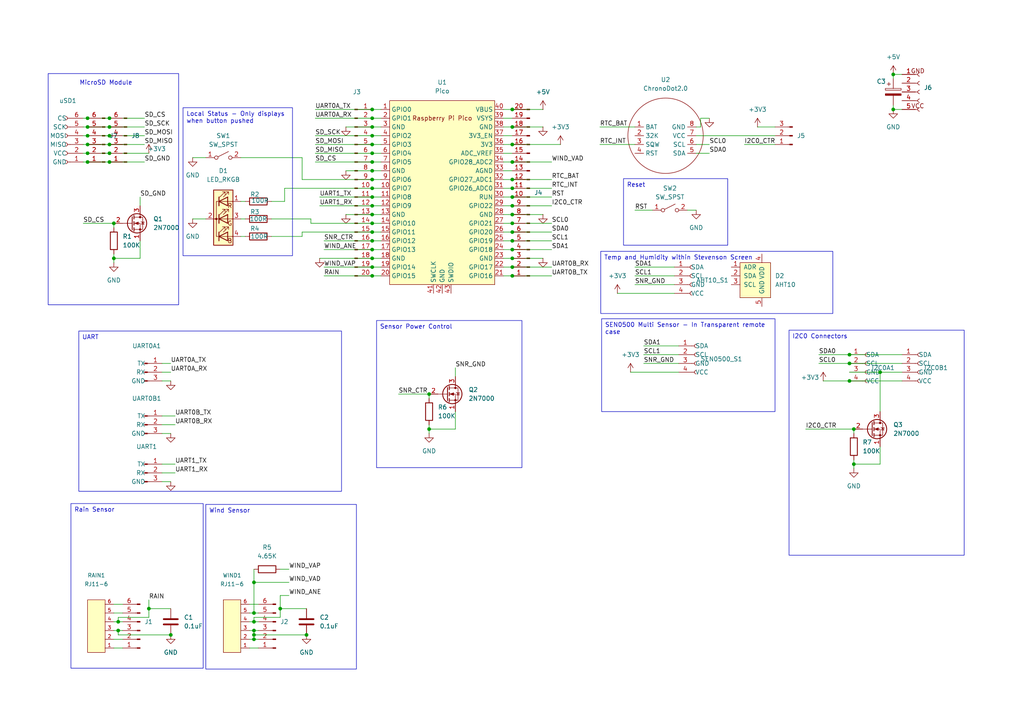
<source format=kicad_sch>
(kicad_sch (version 20231120) (generator "eeschema") (generator_version "8.0")
  (paper "A4")
  (lib_symbols
    (symbol "Conn_01x03_Pin_1" (pin_names (offset 1.016))
      (property "Reference" "UART0A" (at 0.635 7.62 0))
      (symbol "Conn_01x03_Pin_1_1_1"
        (pin output line (at 5.08 2.54 180) (length 3.81) (name "TX") (number "1"))
        (pin input line (at 5.08 0 180) (length 3.81) (name "RX") (number "2"))
        (pin passive line (at 5.08 -2.54 180) (length 3.81) (name "GND") (number "3"))
      )
    )
    (symbol "Conn_01x04_Socket_1" (pin_names (offset 1.016))
      (property "Reference" "I2C0B" (at 1.27 -1.2699 0))
      (symbol "Conn_01x04_Socket_1_1_1"
        (pin passive line (at -5.08 2.54 0) (length 3.81) (name "SDA") (number "1"))
        (pin passive line (at -5.08 0 0) (length 3.81) (name "SCL") (number "2"))
        (pin passive line (at -5.08 -2.54 0) (length 3.81) (name "GND") (number "3"))
        (pin passive line (at -5.08 -5.08 0) (length 3.81) (name "VCC") (number "4"))
      )
    )
    (symbol "Conn_01x04_Socket_2" (pin_names (offset 1.016))
      (property "Reference" "I2C0A" (at 1.27 -1.2699 0))
      (symbol "Conn_01x04_Socket_2_1_1"
        (pin passive line (at -5.08 2.54 0) (length 3.81) (name "SDA") (number "1"))
        (pin passive line (at -5.08 0 0) (length 3.81) (name "SCL") (number "2"))
        (pin passive line (at -5.08 -2.54 0) (length 3.81) (name "GND") (number "3"))
        (pin passive line (at -5.08 -5.08 0) (length 3.81) (name "VCC") (number "4"))
      )
    )
    (symbol "Conn_01x04_Socket_3" (pin_names (offset 1.016))
      (property "Reference" "AHT10_S1" (at 1.27 -1.2699 0))
      (symbol "Conn_01x04_Socket_3_1_1"
        (pin passive line (at -5.08 2.54 0) (length 3.81) (name "SDA") (number "1"))
        (pin passive line (at -5.08 0 0) (length 3.81) (name "SCL") (number "2"))
        (pin passive line (at -5.08 -2.54 0) (length 3.81) (name "GND") (number "3"))
        (pin passive line (at -5.08 -5.08 0) (length 3.81) (name "VCC") (number "4"))
      )
    )
    (symbol "Connector:Conn_01x03_Pin" (pin_names (offset 1.016) hide)
      (property "Reference" "J" (at 0 5.08 0))
      (property "Value" "Conn_01x03_Pin" (at 0 -5.08 0))
      (symbol "Conn_01x03_Pin_1_1"
        (pin passive line (at 5.08 2.54 180) (length 3.81) (name "Pin_1") (number "1"))
        (pin passive line (at 5.08 0 180) (length 3.81) (name "Pin_2") (number "2"))
        (pin passive line (at 5.08 -2.54 180) (length 3.81) (name "Pin_3") (number "3"))
      )
    )
    (symbol "Connector:Conn_01x04_Socket" (pin_names (offset 1.016))
      (property "Reference" "SEN0500_S1" (at 1.27 -1.2699 0))
      (symbol "Conn_01x04_Socket_1_1"
        (pin passive line (at -5.08 2.54 0) (length 3.81) (name "SDA") (number "1"))
        (pin passive line (at -5.08 0 0) (length 3.81) (name "SCL") (number "2"))
        (pin passive line (at -5.08 -2.54 0) (length 3.81) (name "GND") (number "3"))
        (pin passive line (at -5.08 -5.08 0) (length 3.81) (name "VCC") (number "4"))
      )
    )
    (symbol "Connector:Conn_01x05_Socket" (pin_names (offset 1.016) hide)
      (property "Reference" "J5" (at 1.27 1.2701 0))
      (symbol "Conn_01x05_Socket_1_1"
        (text "GND" (at -0.508 6.096 0) (effects (font (size 1.27 1.27))))
        (text "VCC" (at -0.508 -4.064 0) (effects (font (size 1.27 1.27))))
        (pin power_in line (at -5.08 5.08 0) (length 3.81) (name "GND") (number "1"))
        (pin passive line (at -5.08 2.54 0) (length 3.81) (name "Pin_2") (number "2"))
        (pin passive line (at -5.08 0 0) (length 3.81) (name "Pin_3") (number "3"))
        (pin passive line (at -5.08 -2.54 0) (length 3.81) (name "Pin_4") (number "4"))
        (pin power_in line (at -5.08 -5.08 0) (length 3.81) (name "VCC") (number "5"))
      )
    )
    (symbol "Connector:Conn_01x06_Male" (pin_names (offset 1.016) hide)
      (property "Reference" "J" (at 0 7.62 0))
      (property "Value" "Conn_01x06_Male" (at 0 -10.16 0))
      (symbol "Conn_01x06_Male_1_1"
        (pin passive line (at 5.08 5.08 180) (length 3.81) (name "Pin_1") (number "1"))
        (pin passive line (at 5.08 2.54 180) (length 3.81) (name "Pin_2") (number "2"))
        (pin passive line (at 5.08 0 180) (length 3.81) (name "Pin_3") (number "3"))
        (pin passive line (at 5.08 -2.54 180) (length 3.81) (name "Pin_4") (number "4"))
        (pin passive line (at 5.08 -5.08 180) (length 3.81) (name "Pin_5") (number "5"))
        (pin passive line (at 5.08 -7.62 180) (length 3.81) (name "Pin_6") (number "6"))
      )
    )
    (symbol "Connector:Conn_01x06_Pin" (pin_names (offset 1.016) hide)
      (property "Reference" "J" (at 0 7.62 0))
      (property "Value" "Conn_01x06_Pin" (at 0 -10.16 0))
      (symbol "Conn_01x06_Pin_1_1"
        (pin passive line (at 5.08 5.08 180) (length 3.81) (name "Pin_1") (number "1"))
        (pin passive line (at 5.08 2.54 180) (length 3.81) (name "Pin_2") (number "2"))
        (pin passive line (at 5.08 0 180) (length 3.81) (name "Pin_3") (number "3"))
        (pin passive line (at 5.08 -2.54 180) (length 3.81) (name "Pin_4") (number "4"))
        (pin passive line (at 5.08 -5.08 180) (length 3.81) (name "Pin_5") (number "5"))
        (pin passive line (at 5.08 -7.62 180) (length 3.81) (name "Pin_6") (number "6"))
      )
    )
    (symbol "Connector:Conn_01x06_Socket" (pin_names (offset 1.016))
      (property "Reference" "uSD1" (at -0.635 -12.7 0))
      (symbol "Conn_01x06_Socket_1_1"
        (pin passive line (at -5.08 5.08 0) (length 3.81) (name "GND") (number "1"))
        (pin passive line (at -5.08 2.54 0) (length 3.81) (name "VCC") (number "2"))
        (pin passive line (at -5.08 0 0) (length 3.81) (name "MISO") (number "3"))
        (pin passive line (at -5.08 -2.54 0) (length 3.81) (name "MOSI") (number "4"))
        (pin passive line (at -5.08 -5.08 0) (length 3.81) (name "SCK") (number "5"))
        (pin passive line (at -5.08 -7.62 0) (length 3.81) (name "CS") (number "6"))
      )
    )
    (symbol "Connector:Conn_01x20_Pin" (pin_names (offset 1.016) hide)
      (property "Reference" "J" (at 0 25.4 0))
      (property "Value" "Conn_01x20_Pin" (at 0 -27.94 0))
      (symbol "Conn_01x20_Pin_1_1"
        (pin passive line (at 5.08 22.86 180) (length 3.81) (name "Pin_1") (number "1"))
        (pin passive line (at 5.08 0 180) (length 3.81) (name "Pin_10") (number "10"))
        (pin passive line (at 5.08 -2.54 180) (length 3.81) (name "Pin_11") (number "11"))
        (pin passive line (at 5.08 -5.08 180) (length 3.81) (name "Pin_12") (number "12"))
        (pin passive line (at 5.08 -7.62 180) (length 3.81) (name "Pin_13") (number "13"))
        (pin passive line (at 5.08 -10.16 180) (length 3.81) (name "Pin_14") (number "14"))
        (pin passive line (at 5.08 -12.7 180) (length 3.81) (name "Pin_15") (number "15"))
        (pin passive line (at 5.08 -15.24 180) (length 3.81) (name "Pin_16") (number "16"))
        (pin passive line (at 5.08 -17.78 180) (length 3.81) (name "Pin_17") (number "17"))
        (pin passive line (at 5.08 -20.32 180) (length 3.81) (name "Pin_18") (number "18"))
        (pin passive line (at 5.08 -22.86 180) (length 3.81) (name "Pin_19") (number "19"))
        (pin passive line (at 5.08 20.32 180) (length 3.81) (name "Pin_2") (number "2"))
        (pin passive line (at 5.08 -25.4 180) (length 3.81) (name "Pin_20") (number "20"))
        (pin passive line (at 5.08 17.78 180) (length 3.81) (name "Pin_3") (number "3"))
        (pin passive line (at 5.08 15.24 180) (length 3.81) (name "Pin_4") (number "4"))
        (pin passive line (at 5.08 12.7 180) (length 3.81) (name "Pin_5") (number "5"))
        (pin passive line (at 5.08 10.16 180) (length 3.81) (name "Pin_6") (number "6"))
        (pin passive line (at 5.08 7.62 180) (length 3.81) (name "Pin_7") (number "7"))
        (pin passive line (at 5.08 5.08 180) (length 3.81) (name "Pin_8") (number "8"))
        (pin passive line (at 5.08 2.54 180) (length 3.81) (name "Pin_9") (number "9"))
      )
    )
    (symbol "Device:C" (pin_numbers hide) (pin_names (offset 0.254))
      (property "Reference" "C" (at 0.635 2.54 0))
      (property "Value" "C" (at 0.635 -2.54 0))
      (symbol "C_1_1"
        (pin passive line (at 0 3.81 270) (length 2.794) (name "~") (number "1"))
        (pin passive line (at 0 -3.81 90) (length 2.794) (name "~") (number "2"))
      )
    )
    (symbol "Device:C_Polarized" (pin_numbers hide) (pin_names (offset 0.254))
      (property "Reference" "C" (at 0.635 2.54 0))
      (property "Value" "C_Polarized" (at 0.635 -2.54 0))
      (symbol "C_Polarized_1_1"
        (pin passive line (at 0 3.81 270) (length 2.794) (name "~") (number "1"))
        (pin passive line (at 0 -3.81 90) (length 2.794) (name "~") (number "2"))
      )
    )
    (symbol "Device:LED_RKGB" (pin_names (offset 0) hide)
      (property "Reference" "D" (at 0 9.398 0))
      (property "Value" "LED_RKGB" (at 0 -8.89 0))
      (symbol "LED_RKGB_0_0"
        (text "B" (at 1.905 -6.35 0) (effects (font (size 1.27 1.27))))
        (text "G" (at 1.905 -1.27 0) (effects (font (size 1.27 1.27))))
        (text "R" (at 1.905 3.81 0) (effects (font (size 1.27 1.27))))
      )
      (symbol "LED_RKGB_1_1"
        (pin passive line (at 5.08 5.08 180) (length 2.54) (name "RA") (number "1"))
        (pin passive line (at -5.08 0 0) (length 2.54) (name "K") (number "2"))
        (pin passive line (at 5.08 0 180) (length 2.54) (name "GA") (number "3"))
        (pin passive line (at 5.08 -5.08 180) (length 2.54) (name "BA") (number "4"))
      )
    )
    (symbol "Device:R" (pin_numbers hide) (pin_names (offset 0))
      (property "Reference" "R" (at 2.032 0 90))
      (property "Value" "R" (at 0 0 90))
      (symbol "R_1_1"
        (pin passive line (at 0 3.81 270) (length 1.27) (name "~") (number "1"))
        (pin passive line (at 0 -3.81 90) (length 1.27) (name "~") (number "2"))
      )
    )
    (symbol "GND_1" (power) (pin_numbers hide) (pin_names (offset 0) hide)
      (property "Value" "GND" (at 0 -3.81 0))
      (symbol "GND_1_1_1"
        (pin power_in line (at 0 0 270) (length 0) (name "~") (number "1"))
      )
    )
    (symbol "GND_2" (power) (pin_numbers hide) (pin_names (offset 0) hide)
      (property "Value" "GND" (at 0 -3.81 0))
      (symbol "GND_2_1_1"
        (pin power_in line (at 0 0 270) (length 0) (name "~") (number "1"))
      )
    )
    (symbol "GND_3" (power) (pin_numbers hide) (pin_names (offset 0) hide)
      (property "Value" "GND" (at 0 -3.81 0))
      (symbol "GND_3_1_1"
        (pin power_in line (at 0 0 270) (length 0) (name "~") (number "1"))
      )
    )
    (symbol "GND_4" (power) (pin_numbers hide) (pin_names (offset 0) hide)
      (property "Value" "GND" (at 0 -3.81 0))
      (symbol "GND_4_1_1"
        (pin power_in line (at 0 0 270) (length 0) (name "~") (number "1"))
      )
    )
    (symbol "GND_5" (power) (pin_numbers hide) (pin_names (offset 0) hide)
      (property "Value" "GND" (at 0 -3.81 0))
      (symbol "GND_5_1_1"
        (pin power_in line (at 0 0 270) (length 0) (name "~") (number "1"))
      )
    )
    (symbol "GND_6" (power) (pin_numbers hide) (pin_names (offset 0) hide)
      (property "Value" "GND" (at 0 -3.81 0))
      (symbol "GND_6_1_1"
        (pin power_in line (at 0 0 270) (length 0) (name "~") (number "1"))
      )
    )
    (symbol "MCU_RaspberryPi_and_Boards:Pico"
      (property "Reference" "U" (at -13.97 27.94 0))
      (property "Value" "Pico" (at 0 19.05 0))
      (symbol "Pico_0_0"
        (text "Raspberry Pi Pico" (at 0 21.59 0) (effects (font (size 1.27 1.27))))
      )
      (symbol "Pico_1_1"
        (pin bidirectional line (at -17.78 24.13 0) (length 2.54) (name "GPIO0") (number "1"))
        (pin bidirectional line (at -17.78 1.27 0) (length 2.54) (name "GPIO7") (number "10"))
        (pin bidirectional line (at -17.78 -1.27 0) (length 2.54) (name "GPIO8") (number "11"))
        (pin bidirectional line (at -17.78 -3.81 0) (length 2.54) (name "GPIO9") (number "12"))
        (pin power_in line (at -17.78 -6.35 0) (length 2.54) (name "GND") (number "13"))
        (pin bidirectional line (at -17.78 -8.89 0) (length 2.54) (name "GPIO10") (number "14"))
        (pin bidirectional line (at -17.78 -11.43 0) (length 2.54) (name "GPIO11") (number "15"))
        (pin bidirectional line (at -17.78 -13.97 0) (length 2.54) (name "GPIO12") (number "16"))
        (pin bidirectional line (at -17.78 -16.51 0) (length 2.54) (name "GPIO13") (number "17"))
        (pin power_in line (at -17.78 -19.05 0) (length 2.54) (name "GND") (number "18"))
        (pin bidirectional line (at -17.78 -21.59 0) (length 2.54) (name "GPIO14") (number "19"))
        (pin bidirectional line (at -17.78 21.59 0) (length 2.54) (name "GPIO1") (number "2"))
        (pin bidirectional line (at -17.78 -24.13 0) (length 2.54) (name "GPIO15") (number "20"))
        (pin bidirectional line (at 17.78 -24.13 180) (length 2.54) (name "GPIO16") (number "21"))
        (pin bidirectional line (at 17.78 -21.59 180) (length 2.54) (name "GPIO17") (number "22"))
        (pin power_in line (at 17.78 -19.05 180) (length 2.54) (name "GND") (number "23"))
        (pin bidirectional line (at 17.78 -16.51 180) (length 2.54) (name "GPIO18") (number "24"))
        (pin bidirectional line (at 17.78 -13.97 180) (length 2.54) (name "GPIO19") (number "25"))
        (pin bidirectional line (at 17.78 -11.43 180) (length 2.54) (name "GPIO20") (number "26"))
        (pin bidirectional line (at 17.78 -8.89 180) (length 2.54) (name "GPIO21") (number "27"))
        (pin power_in line (at 17.78 -6.35 180) (length 2.54) (name "GND") (number "28"))
        (pin bidirectional line (at 17.78 -3.81 180) (length 2.54) (name "GPIO22") (number "29"))
        (pin power_in line (at -17.78 19.05 0) (length 2.54) (name "GND") (number "3"))
        (pin input line (at 17.78 -1.27 180) (length 2.54) (name "RUN") (number "30"))
        (pin bidirectional line (at 17.78 1.27 180) (length 2.54) (name "GPIO26_ADC0") (number "31"))
        (pin bidirectional line (at 17.78 3.81 180) (length 2.54) (name "GPIO27_ADC1") (number "32"))
        (pin power_in line (at 17.78 6.35 180) (length 2.54) (name "AGND") (number "33"))
        (pin bidirectional line (at 17.78 8.89 180) (length 2.54) (name "GPIO28_ADC2") (number "34"))
        (pin power_in line (at 17.78 11.43 180) (length 2.54) (name "ADC_VREF") (number "35"))
        (pin power_in line (at 17.78 13.97 180) (length 2.54) (name "3V3") (number "36"))
        (pin input line (at 17.78 16.51 180) (length 2.54) (name "3V3_EN") (number "37"))
        (pin bidirectional line (at 17.78 19.05 180) (length 2.54) (name "GND") (number "38"))
        (pin power_in line (at 17.78 21.59 180) (length 2.54) (name "VSYS") (number "39"))
        (pin bidirectional line (at -17.78 16.51 0) (length 2.54) (name "GPIO2") (number "4"))
        (pin power_in line (at 17.78 24.13 180) (length 2.54) (name "VBUS") (number "40"))
        (pin input line (at -2.54 -29.21 90) (length 2.54) (name "SWCLK") (number "41"))
        (pin power_in line (at 0 -29.21 90) (length 2.54) (name "GND") (number "42"))
        (pin bidirectional line (at 2.54 -29.21 90) (length 2.54) (name "SWDIO") (number "43"))
        (pin bidirectional line (at -17.78 13.97 0) (length 2.54) (name "GPIO3") (number "5"))
        (pin bidirectional line (at -17.78 11.43 0) (length 2.54) (name "GPIO4") (number "6"))
        (pin bidirectional line (at -17.78 8.89 0) (length 2.54) (name "GPIO5") (number "7"))
        (pin power_in line (at -17.78 6.35 0) (length 2.54) (name "GND") (number "8"))
        (pin bidirectional line (at -17.78 3.81 0) (length 2.54) (name "GPIO6") (number "9"))
      )
    )
    (symbol "New_Library:ChronoDot2.0"
      (property "Reference" "U" (at 0 0 0))
      (property "Value" "ChronoDot2.0" (at 0 5.08 0))
      (symbol "ChronoDot2.0_1_1"
        (pin output line (at -8.89 2.54 0) (length 2.54) (name "BAT") (number "1"))
        (pin output line (at -8.89 0 0) (length 2.54) (name "32K") (number "2"))
        (pin output line (at -8.89 -2.54 0) (length 2.54) (name "SQW") (number "3"))
        (pin input line (at -8.89 -5.08 0) (length 2.54) (name "RST") (number "4"))
        (pin bidirectional line (at 8.89 -5.08 180) (length 2.54) (name "SDA") (number "5"))
        (pin bidirectional line (at 8.89 -2.54 180) (length 2.54) (name "SCL") (number "6"))
        (pin power_in line (at 8.89 0 180) (length 2.54) (name "VCC") (number "7"))
        (pin power_in line (at 8.89 2.54 180) (length 2.54) (name "GND") (number "8"))
      )
    )
    (symbol "SparkFun-Connectors:RJ11-6" (pin_names (offset 1.016) hide)
      (property "Reference" "J" (at -5.08 15.24 0))
      (property "Value" "RJ11-6" (at -5.08 -3.81 0))
      (property "Field4" "CONN-08590" (at 0 19.05 0))
      (symbol "RJ11-6_1_1"
        (pin passive line (at 2.54 0 180) (length 2.54) (name "1") (number "1"))
        (pin passive line (at 2.54 2.54 180) (length 2.54) (name "2") (number "2"))
        (pin passive line (at 2.54 5.08 180) (length 2.54) (name "3") (number "3"))
        (pin passive line (at 2.54 7.62 180) (length 2.54) (name "4") (number "4"))
        (pin passive line (at 2.54 10.16 180) (length 2.54) (name "5") (number "5"))
        (pin passive line (at 2.54 12.7 180) (length 2.54) (name "6") (number "6"))
      )
    )
    (symbol "Switch:SW_SPST" (pin_names (offset 0) hide)
      (property "Reference" "SW" (at 0 3.175 0))
      (property "Value" "SW_SPST" (at 0 -2.54 0))
      (symbol "SW_SPST_1_1"
        (pin passive line (at -5.08 0 0) (length 2.54) (name "A") (number "1"))
        (pin passive line (at 5.08 0 180) (length 2.54) (name "B") (number "2"))
      )
    )
    (symbol "Transistor_FET:2N7000" (pin_names hide)
      (property "Reference" "Q" (at 5.08 1.905 0))
      (property "Value" "2N7000" (at 5.08 0 0))
      (symbol "2N7000_1_1"
        (pin passive line (at 2.54 -5.08 90) (length 2.54) (name "S") (number "1"))
        (pin input line (at -5.08 0 0) (length 2.54) (name "G") (number "2"))
        (pin passive line (at 2.54 5.08 270) (length 2.54) (name "D") (number "3"))
      )
    )
    (symbol "aht10:AHT10" (pin_names (offset 1.016))
      (property "Reference" "D" (at 5.08 2.54 0))
      (property "Value" "AHT10" (at 5.08 -2.54 90))
      (symbol "AHT10_1_1"
        (pin input line (at -7.62 3.81 0) (length 2.54) (name "ADR") (number "1"))
        (pin bidirectional line (at -7.62 1.27 0) (length 2.54) (name "SDA") (number "2"))
        (pin bidirectional line (at -7.62 -1.27 0) (length 2.54) (name "SCL") (number "3"))
        (pin power_in line (at 1.27 7.62 270) (length 2.54) (name "VDD") (number "4"))
        (pin power_in line (at 1.27 -7.62 90) (length 2.54) (name "GND") (number "5"))
        (pin no_connect line (at -7.62 -3.81 0) (length 2.54) hide (name "NC") (number "6"))
      )
    )
    (symbol "power:+3V3" (power) (pin_numbers hide) (pin_names (offset 0) hide)
      (property "Value" "+3V3" (at 0 3.556 0))
      (symbol "+3V3_1_1"
        (pin power_in line (at 0 0 90) (length 0) (name "~") (number "1"))
      )
    )
    (symbol "power:+5V" (power) (pin_numbers hide) (pin_names (offset 0) hide)
      (property "Value" "+5V" (at 0 3.556 0))
      (symbol "+5V_1_1"
        (pin power_in line (at 0 0 90) (length 0) (name "~") (number "1"))
      )
    )
    (symbol "power:GND" (power) (pin_names (offset 0))
      (property "Value" "GND" (at 0 -3.81 0))
      (symbol "GND_1_1"
        (pin power_in line (at 0 0 270) (length 0) hide (name "GND") (number "1"))
      )
    )
  )
  (junction (at 49.53 184.15))
  (junction (at 107.95 31.75))
  (junction (at 73.66 182.88))
  (junction (at 107.95 80.01))
  (junction (at 25.4 34.29))
  (junction (at 148.59 59.69))
  (junction (at 259.08 21.59))
  (junction (at 107.95 62.23))
  (junction (at 255.27 107.95))
  (junction (at 148.59 64.77))
  (junction (at 33.02 74.93))
  (junction (at 148.59 69.85))
  (junction (at 107.95 39.37))
  (junction (at 33.02 64.77))
  (junction (at 107.95 54.61))
  (junction (at 246.38 110.49))
  (junction (at 246.38 105.41))
  (junction (at 31.75 46.99))
  (junction (at 148.59 36.83))
  (junction (at 148.59 72.39))
  (junction (at 31.75 44.45))
  (junction (at 148.59 31.75))
  (junction (at 34.29 182.88))
  (junction (at 259.08 31.75))
  (junction (at 148.59 67.31))
  (junction (at 148.59 77.47))
  (junction (at 148.59 80.01))
  (junction (at 246.38 102.87))
  (junction (at 34.29 180.34))
  (junction (at 107.95 44.45))
  (junction (at 247.65 124.46))
  (junction (at 107.95 72.39))
  (junction (at 25.4 39.37))
  (junction (at 31.75 41.91))
  (junction (at 124.46 114.3))
  (junction (at 107.95 77.47))
  (junction (at 107.95 34.29))
  (junction (at 25.4 44.45))
  (junction (at 81.28 176.53))
  (junction (at 31.75 39.37))
  (junction (at 31.75 34.29))
  (junction (at 73.66 185.42))
  (junction (at 124.46 124.46))
  (junction (at 107.95 46.99))
  (junction (at 107.95 52.07))
  (junction (at 107.95 64.77))
  (junction (at 88.9 184.15))
  (junction (at 107.95 57.15))
  (junction (at 25.4 36.83))
  (junction (at 107.95 41.91))
  (junction (at 73.66 180.34))
  (junction (at 25.4 46.99))
  (junction (at 73.66 168.91))
  (junction (at 107.95 36.83))
  (junction (at 25.4 41.91))
  (junction (at 107.95 74.93))
  (junction (at 73.66 184.15))
  (junction (at 247.65 134.62))
  (junction (at 107.95 49.53))
  (junction (at 148.59 74.93))
  (junction (at 148.59 41.91))
  (junction (at 107.95 59.69))
  (junction (at 43.18 176.53))
  (junction (at 31.75 36.83))
  (junction (at 148.59 57.15))
  (junction (at 107.95 69.85))
  (junction (at 148.59 62.23))
  (junction (at 107.95 67.31))
  (junction (at 73.66 177.8))
  (junction (at 148.59 46.99))
  (junction (at 148.59 52.07))
  (junction (at 148.59 54.61))
  (wire (pts (xy 43.18 179.07) (xy 34.29 179.07)))
  (wire (pts (xy 31.75 46.99) (xy 41.91 46.99)))
  (wire (pts (xy 146.05 62.23) (xy 148.59 62.23)))
  (wire (pts (xy 124.46 123.19) (xy 124.46 124.46)))
  (wire (pts (xy 88.9 176.53) (xy 81.28 176.53)))
  (wire (pts (xy 33.02 187.96) (xy 35.56 187.96)))
  (wire (pts (xy 33.02 177.8) (xy 35.56 177.8)))
  (wire (pts (xy 81.28 179.07) (xy 73.66 179.07)))
  (wire (pts (xy 100.33 36.83) (xy 107.95 36.83)))
  (wire (pts (xy 148.59 72.39) (xy 160.02 72.39)))
  (wire (pts (xy 78.74 63.5) (xy 90.17 63.5)))
  (wire (pts (xy 93.98 77.47) (xy 107.95 77.47)))
  (wire (pts (xy 72.39 182.88) (xy 73.66 182.88)))
  (wire (pts (xy 203.2 34.29) (xy 205.74 34.29)))
  (wire (pts (xy 146.05 49.53) (xy 148.59 49.53)))
  (wire (pts (xy 55.88 45.72) (xy 59.69 45.72)))
  (wire (pts (xy 87.63 68.58) (xy 87.63 67.31)))
  (wire (pts (xy 73.66 168.91) (xy 83.82 168.91)))
  (wire (pts (xy 186.69 100.33) (xy 196.85 100.33)))
  (wire (pts (xy 132.08 119.38) (xy 132.08 124.46)))
  (wire (pts (xy 148.59 74.93) (xy 157.48 74.93)))
  (wire (pts (xy 246.38 107.95) (xy 255.27 107.95)))
  (wire (pts (xy 107.95 34.29) (xy 110.49 34.29)))
  (wire (pts (xy 186.69 105.41) (xy 196.85 105.41)))
  (wire (pts (xy 82.55 58.42) (xy 82.55 54.61)))
  (wire (pts (xy 33.02 180.34) (xy 34.29 180.34)))
  (wire (pts (xy 148.59 54.61) (xy 160.02 54.61)))
  (wire (pts (xy 237.49 105.41) (xy 246.38 105.41)))
  (wire (pts (xy 107.95 64.77) (xy 110.49 64.77)))
  (wire (pts (xy 33.02 182.88) (xy 34.29 182.88)))
  (wire (pts (xy 73.66 182.88) (xy 74.93 182.88)))
  (wire (pts (xy 46.99 139.7) (xy 49.53 139.7)))
  (wire (pts (xy 81.28 172.72) (xy 83.82 172.72)))
  (wire (pts (xy 148.59 57.15) (xy 160.02 57.15)))
  (wire (pts (xy 237.49 102.87) (xy 246.38 102.87)))
  (wire (pts (xy 81.28 172.72) (xy 81.28 176.53)))
  (wire (pts (xy 87.63 45.72) (xy 87.63 52.07)))
  (wire (pts (xy 73.66 168.91) (xy 73.66 177.8)))
  (wire (pts (xy 107.95 49.53) (xy 110.49 49.53)))
  (wire (pts (xy 72.39 175.26) (xy 74.93 175.26)))
  (wire (pts (xy 78.74 58.42) (xy 82.55 58.42)))
  (wire (pts (xy 24.13 64.77) (xy 33.02 64.77)))
  (wire (pts (xy 184.15 80.01) (xy 195.58 80.01)))
  (wire (pts (xy 82.55 54.61) (xy 107.95 54.61)))
  (wire (pts (xy 25.4 46.99) (xy 31.75 46.99)))
  (wire (pts (xy 179.07 85.09) (xy 195.58 85.09)))
  (wire (pts (xy 148.59 77.47) (xy 160.02 77.47)))
  (wire (pts (xy 34.29 184.15) (xy 49.53 184.15)))
  (wire (pts (xy 31.75 36.83) (xy 41.91 36.83)))
  (wire (pts (xy 199.39 60.96) (xy 201.93 60.96)))
  (wire (pts (xy 148.59 52.07) (xy 160.02 52.07)))
  (wire (pts (xy 91.44 46.99) (xy 107.95 46.99)))
  (wire (pts (xy 146.05 77.47) (xy 148.59 77.47)))
  (wire (pts (xy 73.66 165.1) (xy 73.66 168.91)))
  (wire (pts (xy 93.98 69.85) (xy 107.95 69.85)))
  (wire (pts (xy 124.46 124.46) (xy 124.46 125.73)))
  (wire (pts (xy 24.13 41.91) (xy 25.4 41.91)))
  (wire (pts (xy 146.05 36.83) (xy 148.59 36.83)))
  (wire (pts (xy 146.05 64.77) (xy 148.59 64.77)))
  (wire (pts (xy 107.95 69.85) (xy 110.49 69.85)))
  (wire (pts (xy 184.15 60.96) (xy 189.23 60.96)))
  (wire (pts (xy 31.75 44.45) (xy 43.18 44.45)))
  (wire (pts (xy 146.05 31.75) (xy 148.59 31.75)))
  (wire (pts (xy 34.29 180.34) (xy 35.56 180.34)))
  (wire (pts (xy 184.15 82.55) (xy 195.58 82.55)))
  (wire (pts (xy 25.4 34.29) (xy 31.75 34.29)))
  (wire (pts (xy 203.2 36.83) (xy 203.2 34.29)))
  (wire (pts (xy 146.05 67.31) (xy 148.59 67.31)))
  (wire (pts (xy 33.02 74.93) (xy 33.02 76.2)))
  (wire (pts (xy 72.39 185.42) (xy 73.66 185.42)))
  (wire (pts (xy 146.05 80.01) (xy 148.59 80.01)))
  (wire (pts (xy 107.95 77.47) (xy 110.49 77.47)))
  (wire (pts (xy 33.02 73.66) (xy 33.02 74.93)))
  (wire (pts (xy 40.64 69.85) (xy 40.64 74.93)))
  (wire (pts (xy 184.15 77.47) (xy 195.58 77.47)))
  (wire (pts (xy 87.63 52.07) (xy 107.95 52.07)))
  (wire (pts (xy 148.59 62.23) (xy 157.48 62.23)))
  (wire (pts (xy 146.05 57.15) (xy 148.59 57.15)))
  (wire (pts (xy 259.08 21.59) (xy 261.62 21.59)))
  (wire (pts (xy 259.08 30.48) (xy 259.08 31.75)))
  (wire (pts (xy 246.38 102.87) (xy 261.62 102.87)))
  (wire (pts (xy 72.39 180.34) (xy 73.66 180.34)))
  (wire (pts (xy 87.63 67.31) (xy 107.95 67.31)))
  (wire (pts (xy 246.38 110.49) (xy 261.62 110.49)))
  (wire (pts (xy 132.08 124.46) (xy 124.46 124.46)))
  (wire (pts (xy 107.95 80.01) (xy 110.49 80.01)))
  (wire (pts (xy 107.95 57.15) (xy 110.49 57.15)))
  (wire (pts (xy 91.44 41.91) (xy 107.95 41.91)))
  (wire (pts (xy 146.05 39.37) (xy 148.59 39.37)))
  (wire (pts (xy 148.59 67.31) (xy 160.02 67.31)))
  (wire (pts (xy 107.95 67.31) (xy 110.49 67.31)))
  (wire (pts (xy 93.98 72.39) (xy 107.95 72.39)))
  (wire (pts (xy 90.17 63.5) (xy 90.17 64.77)))
  (wire (pts (xy 219.71 36.83) (xy 224.79 36.83)))
  (wire (pts (xy 259.08 31.75) (xy 261.62 31.75)))
  (wire (pts (xy 146.05 44.45) (xy 148.59 44.45)))
  (wire (pts (xy 34.29 182.88) (xy 35.56 182.88)))
  (wire (pts (xy 107.95 36.83) (xy 110.49 36.83)))
  (wire (pts (xy 132.08 106.68) (xy 132.08 109.22)))
  (wire (pts (xy 33.02 185.42) (xy 35.56 185.42)))
  (wire (pts (xy 201.93 36.83) (xy 203.2 36.83)))
  (wire (pts (xy 148.59 69.85) (xy 160.02 69.85)))
  (wire (pts (xy 46.99 137.16) (xy 50.8 137.16)))
  (wire (pts (xy 46.99 134.62) (xy 50.8 134.62)))
  (wire (pts (xy 124.46 114.3) (xy 124.46 115.57)))
  (wire (pts (xy 107.95 54.61) (xy 110.49 54.61)))
  (wire (pts (xy 93.98 80.01) (xy 107.95 80.01)))
  (wire (pts (xy 33.02 175.26) (xy 35.56 175.26)))
  (wire (pts (xy 40.64 57.15) (xy 40.64 59.69)))
  (wire (pts (xy 148.59 36.83) (xy 157.48 36.83)))
  (wire (pts (xy 148.59 46.99) (xy 160.02 46.99)))
  (wire (pts (xy 69.85 45.72) (xy 87.63 45.72)))
  (wire (pts (xy 31.75 34.29) (xy 41.91 34.29)))
  (wire (pts (xy 34.29 179.07) (xy 34.29 180.34)))
  (wire (pts (xy 31.75 41.91) (xy 41.91 41.91)))
  (wire (pts (xy 186.69 102.87) (xy 196.85 102.87)))
  (wire (pts (xy 148.59 64.77) (xy 160.02 64.77)))
  (wire (pts (xy 72.39 187.96) (xy 74.93 187.96)))
  (wire (pts (xy 255.27 129.54) (xy 255.27 134.62)))
  (wire (pts (xy 146.05 59.69) (xy 148.59 59.69)))
  (wire (pts (xy 107.95 31.75) (xy 110.49 31.75)))
  (wire (pts (xy 148.59 80.01) (xy 160.02 80.01)))
  (wire (pts (xy 107.95 62.23) (xy 110.49 62.23)))
  (wire (pts (xy 247.65 134.62) (xy 247.65 135.89)))
  (wire (pts (xy 146.05 72.39) (xy 148.59 72.39)))
  (wire (pts (xy 201.93 44.45) (xy 205.74 44.45)))
  (wire (pts (xy 73.66 179.07) (xy 73.66 180.34)))
  (wire (pts (xy 24.13 36.83) (xy 25.4 36.83)))
  (wire (pts (xy 73.66 180.34) (xy 74.93 180.34)))
  (wire (pts (xy 107.95 44.45) (xy 110.49 44.45)))
  (wire (pts (xy 92.71 74.93) (xy 107.95 74.93)))
  (wire (pts (xy 40.64 74.93) (xy 33.02 74.93)))
  (wire (pts (xy 115.57 114.3) (xy 124.46 114.3)))
  (wire (pts (xy 24.13 46.99) (xy 25.4 46.99)))
  (wire (pts (xy 173.99 36.83) (xy 184.15 36.83)))
  (wire (pts (xy 81.28 176.53) (xy 81.28 179.07)))
  (wire (pts (xy 173.99 41.91) (xy 184.15 41.91)))
  (wire (pts (xy 73.66 184.15) (xy 73.66 182.88)))
  (wire (pts (xy 91.44 31.75) (xy 107.95 31.75)))
  (wire (pts (xy 33.02 64.77) (xy 33.02 66.04)))
  (wire (pts (xy 46.99 123.19) (xy 50.8 123.19)))
  (wire (pts (xy 73.66 177.8) (xy 74.93 177.8)))
  (wire (pts (xy 91.44 44.45) (xy 107.95 44.45)))
  (wire (pts (xy 255.27 134.62) (xy 247.65 134.62)))
  (wire (pts (xy 255.27 107.95) (xy 255.27 119.38)))
  (wire (pts (xy 43.18 176.53) (xy 43.18 179.07)))
  (wire (pts (xy 107.95 52.07) (xy 110.49 52.07)))
  (wire (pts (xy 107.95 46.99) (xy 110.49 46.99)))
  (wire (pts (xy 146.05 69.85) (xy 148.59 69.85)))
  (wire (pts (xy 25.4 39.37) (xy 31.75 39.37)))
  (wire (pts (xy 25.4 44.45) (xy 31.75 44.45)))
  (wire (pts (xy 100.33 49.53) (xy 107.95 49.53)))
  (wire (pts (xy 49.53 176.53) (xy 43.18 176.53)))
  (wire (pts (xy 107.95 72.39) (xy 110.49 72.39)))
  (wire (pts (xy 259.08 21.59) (xy 259.08 22.86)))
  (wire (pts (xy 81.28 165.1) (xy 83.82 165.1)))
  (wire (pts (xy 92.71 59.69) (xy 107.95 59.69)))
  (wire (pts (xy 73.66 184.15) (xy 73.66 185.42)))
  (wire (pts (xy 92.71 57.15) (xy 107.95 57.15)))
  (wire (pts (xy 46.99 105.41) (xy 49.53 105.41)))
  (wire (pts (xy 107.95 39.37) (xy 110.49 39.37)))
  (wire (pts (xy 55.88 63.5) (xy 59.69 63.5)))
  (wire (pts (xy 46.99 125.73) (xy 49.53 125.73)))
  (wire (pts (xy 73.66 184.15) (xy 88.9 184.15)))
  (wire (pts (xy 146.05 52.07) (xy 148.59 52.07)))
  (wire (pts (xy 201.93 41.91) (xy 205.74 41.91)))
  (wire (pts (xy 91.44 39.37) (xy 107.95 39.37)))
  (wire (pts (xy 146.05 46.99) (xy 148.59 46.99)))
  (wire (pts (xy 69.85 58.42) (xy 71.12 58.42)))
  (wire (pts (xy 215.9 41.91) (xy 224.79 41.91)))
  (wire (pts (xy 73.66 185.42) (xy 74.93 185.42)))
  (wire (pts (xy 100.33 62.23) (xy 107.95 62.23)))
  (wire (pts (xy 91.44 34.29) (xy 107.95 34.29)))
  (wire (pts (xy 46.99 110.49) (xy 49.53 110.49)))
  (wire (pts (xy 146.05 34.29) (xy 148.59 34.29)))
  (wire (pts (xy 255.27 107.95) (xy 261.62 107.95)))
  (wire (pts (xy 78.74 68.58) (xy 87.63 68.58)))
  (wire (pts (xy 34.29 184.15) (xy 34.29 182.88)))
  (wire (pts (xy 69.85 63.5) (xy 71.12 63.5)))
  (wire (pts (xy 25.4 36.83) (xy 31.75 36.83)))
  (wire (pts (xy 46.99 107.95) (xy 49.53 107.95)))
  (wire (pts (xy 246.38 105.41) (xy 261.62 105.41)))
  (wire (pts (xy 25.4 41.91) (xy 31.75 41.91)))
  (wire (pts (xy 148.59 41.91) (xy 162.56 41.91)))
  (wire (pts (xy 90.17 64.77) (xy 107.95 64.77)))
  (wire (pts (xy 146.05 41.91) (xy 148.59 41.91)))
  (wire (pts (xy 24.13 34.29) (xy 25.4 34.29)))
  (wire (pts (xy 233.68 124.46) (xy 247.65 124.46)))
  (wire (pts (xy 148.59 31.75) (xy 157.48 31.75)))
  (wire (pts (xy 107.95 59.69) (xy 110.49 59.69)))
  (wire (pts (xy 146.05 74.93) (xy 148.59 74.93)))
  (wire (pts (xy 146.05 54.61) (xy 148.59 54.61)))
  (wire (pts (xy 107.95 41.91) (xy 110.49 41.91)))
  (wire (pts (xy 69.85 68.58) (xy 71.12 68.58)))
  (wire (pts (xy 43.18 173.99) (xy 43.18 176.53)))
  (wire (pts (xy 201.93 39.37) (xy 224.79 39.37)))
  (wire (pts (xy 182.88 107.95) (xy 196.85 107.95)))
  (wire (pts (xy 247.65 133.35) (xy 247.65 134.62)))
  (wire (pts (xy 46.99 120.65) (xy 50.8 120.65)))
  (wire (pts (xy 238.76 110.49) (xy 246.38 110.49)))
  (wire (pts (xy 24.13 44.45) (xy 25.4 44.45)))
  (wire (pts (xy 24.13 39.37) (xy 25.4 39.37)))
  (wire (pts (xy 31.75 39.37) (xy 41.91 39.37)))
  (wire (pts (xy 107.95 74.93) (xy 110.49 74.93)))
  (wire (pts (xy 148.59 59.69) (xy 160.02 59.69)))
  (wire (pts (xy 72.39 177.8) (xy 73.66 177.8)))
  (wire (pts (xy 247.65 124.46) (xy 247.65 125.73)))
  (rectangle (start 13.97 21.336) (end 51.816 88.392))
  (text_box "SEN0500 Multi Sensor - In Transparent remote case" (at 174.498 92.456 0) (size 50.292 26.924) (effects (font (size 1.27 1.27)) (justify left top)))
  (text_box "Local Status - Only displays when button pushed" (at 53.086 31.242 0) (size 31.75 42.926) (effects (font (size 1.27 1.27)) (justify left top)))
  (text_box "Sensor Power Control" (at 109.22 92.964 0) (size 42.164 42.672) (effects (font (size 1.27 1.27)) (justify left top)))
  (text_box "Rain Sensor" (at 20.574 146.05 0) (size 38.354 47.752) (effects (font (size 1.27 1.27)) (justify left top)))
  (text_box "I2C0 Connectors" (at 228.854 95.758 0) (size 50.8 65.278) (effects (font (size 1.27 1.27)) (justify left top)))
  (text_box "UART" (at 22.86 96.012 0) (size 76.2 46.482) (effects (font (size 1.27 1.27)) (justify left top)))
  (text_box "Temp and Humidity within Stevenson Screen" (at 174.244 72.898 0) (size 67.31 18.034) (effects (font (size 1.27 1.27)) (justify left top)))
  (text_box "Wind Sensor" (at 59.69 146.304 0) (size 43.688 47.752) (effects (font (size 1.27 1.27)) (justify left top)))
  (text_box "Reset" (at 180.848 51.816 0) (size 30.226 19.304) (effects (font (size 1.27 1.27)) (justify left top)))
  (text "MicroSD Module" (at 30.734 24.13 0) (effects (font (size 1.27 1.27))))
  (label "I2C0_CTR" (at 160.02 59.69 0))
  (label "UART0A_RX" (at 91.44 34.29 0))
  (label "SD_CS" (at 41.91 34.29 0))
  (label "UART1_TX" (at 92.71 57.15 0))
  (label "SDA0" (at 237.49 102.87 0))
  (label "WIND_ANE" (at 83.82 172.72 0))
  (label "SD_MISO" (at 91.44 44.45 0))
  (label "SD_GND" (at 41.91 46.99 0))
  (label "SNR_GND" (at 184.15 82.55 0))
  (label "SCL1" (at 186.69 102.87 0))
  (label "SD_SCK" (at 91.44 39.37 0))
  (label "WIND_VAP" (at 83.82 165.1 0))
  (label "RAIN" (at 93.98 80.01 0))
  (label "SNR_GND" (at 132.08 106.68 0))
  (label "RAIN" (at 43.18 173.99 0))
  (label "RST" (at 160.02 57.15 0))
  (label "RTC_BAT" (at 160.02 52.07 0))
  (label "RST" (at 184.15 60.96 0))
  (label "UART0B_TX" (at 50.8 120.65 0))
  (label "SD_SCK" (at 41.91 36.83 0))
  (label "UART0B_RX" (at 160.02 77.47 0))
  (label "SDA1" (at 160.02 72.39 0))
  (label "UART1_TX" (at 50.8 134.62 0))
  (label "RTC_INT" (at 160.02 54.61 0))
  (label "WIND_VAP" (at 93.98 77.47 0))
  (label "SD_MISO" (at 41.91 41.91 0))
  (label "SDA0" (at 160.02 67.31 0))
  (label "SD_MOSI" (at 91.44 41.91 0))
  (label "SNR_CTR" (at 93.98 69.85 0))
  (label "WIND_VAD" (at 160.02 46.99 0))
  (label "UART1_RX" (at 50.8 137.16 0))
  (label "SNR_CTR" (at 115.57 114.3 0))
  (label "UART0B_RX" (at 50.8 123.19 0))
  (label "SD_MOSI" (at 41.91 39.37 0))
  (label "SCL1" (at 160.02 69.85 0))
  (label "RTC_INT" (at 173.99 41.91 0))
  (label "UART0A_TX" (at 49.53 105.41 0))
  (label "SDA1" (at 186.69 100.33 0))
  (label "UART1_RX" (at 92.71 59.69 0))
  (label "SCL0" (at 205.74 41.91 0))
  (label "RTC_BAT" (at 173.99 36.83 0))
  (label "I2C0_CTR" (at 233.68 124.46 0))
  (label "SD_CS" (at 91.44 46.99 0))
  (label "UART0B_TX" (at 160.02 80.01 0))
  (label "WIND_VAD" (at 83.82 168.91 0))
  (label "SDA0" (at 205.74 44.45 0))
  (label "SDA1" (at 184.15 77.47 0))
  (label "SCL1" (at 184.15 80.01 0))
  (label "SNR_GND" (at 186.69 105.41 0))
  (label "UART0A_TX" (at 91.44 31.75 0))
  (label "WIND_ANE" (at 93.98 72.39 0))
  (label "SCL0" (at 160.02 64.77 0))
  (label "SCL0" (at 237.49 105.41 0))
  (label "I2C0_CTR" (at 215.9 41.91 0))
  (label "SD_CS" (at 24.13 64.77 0))
  (label "SD_GND" (at 40.64 57.15 0))
  (label "UART0A_RX" (at 49.53 107.95 0))
  (symbol (lib_name "Conn_01x04_Socket_2") (lib_id "Connector:Conn_01x04_Socket") (at 251.46 105.41 0) (unit 1)
    (property "Reference" "I2C0A1" (at 252.73 106.6799 0) (effects (justify left)))
    (property "Value" "Conn_01x04_Socket" (effects (hide yes)))
    (property "Footprint" "Connector_JST:JST_XH_B4B-XH-AM_1x04_P2.50mm_Vertical" (effects (hide yes)))
    (property "Description" "Generic connector, single row, 01x04, script generated" (effects (hide yes)))
  )
  (symbol (lib_id "Transistor_FET:2N7000") (at 252.73 124.46 0) (unit 1)
    (property "Reference" "Q3" (at 259.08 123.1899 0) (effects (justify left)))
    (property "Value" "2N7000" (at 259.08 125.7299 0) (effects (justify left)))
    (property "Footprint" "Package_TO_SOT_THT:TO-92_Inline" (effects (hide yes)))
    (property "Datasheet" "https://www.vishay.com/docs/70226/70226.pdf" (effects (hide yes)))
    (property "Description" "0.2A Id, 200V Vds, N-Channel MOSFET, 2.6V Logic Level, TO-92" (effects (hide yes)))
  )
  (symbol (lib_id "Connector:Conn_01x06_Male") (at 40.64 182.88 180) (unit 1)
    (property "Reference" "J1" (at 41.91 180.3399 0) (effects (justify right)))
    (property "Value" "Conn_01x06_Male" (effects (hide yes)))
    (property "Footprint" "Connector_PinHeader_2.54mm:PinHeader_1x06_P2.54mm_Vertical" (effects (hide yes)))
  )
  (symbol (lib_id "power:+5V") (at 157.48 31.75 0) (unit 1)
    (property "Reference" "#PWR015" (effects (hide yes)))
    (property "Value" "+5V" (at 157.48 26.67 0))
    (property "Description" "Power symbol creates a global label with name \"+5V\"" (effects (hide yes)))
  )
  (symbol (lib_id "Connector:Conn_01x06_Pin") (at 30.48 41.91 180) (unit 1)
    (property "Reference" "J7" (at 31.75 39.3699 0) (effects (justify right)))
    (property "Value" "Conn_01x06_Pin" (effects (hide yes)))
    (property "Footprint" "Connector_PinSocket_2.54mm:PinSocket_1x06_P2.54mm_Vertical" (effects (hide yes)))
    (property "Description" "Generic connector, single row, 01x06, script generated" (effects (hide yes)))
  )
  (symbol (lib_name "GND_3") (lib_id "power:GND") (at 49.53 110.49 0) (unit 1)
    (property "Reference" "#PWR03" (effects (hide yes)))
    (property "Value" "GND" (effects (hide yes)))
    (property "Description" "Power symbol creates a global label with name \"GND\" , ground" (effects (hide yes)))
  )
  (symbol (lib_id "SparkFun-Connectors:RJ11-6") (at 69.85 187.96 0) (unit 1)
    (property "Reference" "WIND1" (at 67.31 166.878 0) (effects (font (size 1.143 1.143))))
    (property "Value" "RJ11-6" (at 67.31 169.418 0) (effects (font (size 1.143 1.143))))
    (property "Footprint" "SparkFunConnectors:RJ11-6" (effects (hide yes)))
    (property "Field4" "CONN-08590" (effects (hide yes)))
  )
  (symbol (lib_id "Device:R") (at 33.02 69.85 0) (unit 1)
    (property "Reference" "R1" (at 35.56 68.5799 0) (effects (justify left)))
    (property "Value" "100K" (at 35.56 71.1199 0) (effects (justify left)))
    (property "Footprint" "Resistor_THT:R_Axial_DIN0204_L3.6mm_D1.6mm_P5.08mm_Horizontal" (effects (hide yes)))
    (property "Description" "Resistor" (effects (hide yes)))
  )
  (symbol (lib_name "GND_3") (lib_id "power:GND") (at 100.33 62.23 0) (unit 1)
    (property "Reference" "#PWR013" (effects (hide yes)))
    (property "Value" "GND" (effects (hide yes)))
    (property "Description" "Power symbol creates a global label with name \"GND\" , ground" (effects (hide yes)))
  )
  (symbol (lib_id "Device:LED_RKGB") (at 64.77 63.5 0) (unit 1)
    (property "Reference" "D1" (at 64.77 49.53 0))
    (property "Value" "LED_RKGB" (at 64.77 52.07 0))
    (property "Footprint" "LED_THT:LED_D5.0mm-4_RGB" (effects (hide yes)))
    (property "Description" "RGB LED, red/cathode/green/blue" (effects (hide yes)))
  )
  (symbol (lib_id "Device:C") (at 88.9 180.34 0) (unit 1)
    (property "Reference" "C2" (at 92.71 179.0699 0) (effects (justify left)))
    (property "Value" "0.1uF" (at 92.71 181.6099 0) (effects (justify left)))
    (property "Footprint" "Capacitor_THT:C_Disc_D3.0mm_W1.6mm_P2.50mm" (effects (hide yes)))
    (property "Description" "Unpolarized capacitor" (effects (hide yes)))
  )
  (symbol (lib_name "GND_3") (lib_id "power:GND") (at 157.48 62.23 0) (unit 1)
    (property "Reference" "#PWR017" (effects (hide yes)))
    (property "Value" "GND" (effects (hide yes)))
    (property "Description" "Power symbol creates a global label with name \"GND\" , ground" (effects (hide yes)))
  )
  (symbol (lib_id "Switch:SW_SPST") (at 64.77 45.72 0) (unit 1)
    (property "Reference" "SW1" (at 64.77 39.37 0))
    (property "Value" "SW_SPST" (at 64.77 41.91 0))
    (property "Footprint" "Button_Switch_THT:SW_PUSH_6mm" (effects (hide yes)))
    (property "Description" "Single Pole Single Throw (SPST) switch" (effects (hide yes)))
  )
  (symbol (lib_name "GND_6") (lib_id "power:GND") (at 247.65 135.89 0) (unit 1)
    (property "Reference" "#PWR026" (effects (hide yes)))
    (property "Value" "GND" (at 247.65 140.97 0))
    (property "Description" "Power symbol creates a global label with name \"GND\" , ground" (effects (hide yes)))
  )
  (symbol (lib_name "GND_3") (lib_id "power:GND") (at 100.33 36.83 0) (unit 1)
    (property "Reference" "#PWR011" (effects (hide yes)))
    (property "Value" "GND" (effects (hide yes)))
    (property "Description" "Power symbol creates a global label with name \"GND\" , ground" (effects (hide yes)))
  )
  (symbol (lib_name "GND_3") (lib_id "power:GND") (at 157.48 74.93 0) (unit 1)
    (property "Reference" "#PWR018" (effects (hide yes)))
    (property "Value" "GND" (effects (hide yes)))
    (property "Description" "Power symbol creates a global label with name \"GND\" , ground" (effects (hide yes)))
  )
  (symbol (lib_id "Connector:Conn_01x06_Male") (at 80.01 182.88 180) (unit 1)
    (property "Reference" "J2" (at 81.28 180.3399 0) (effects (justify right)))
    (property "Value" "Conn_01x06_Male" (effects (hide yes)))
    (property "Footprint" "Connector_PinHeader_2.54mm:PinHeader_1x06_P2.54mm_Vertical" (effects (hide yes)))
  )
  (symbol (lib_name "GND_3") (lib_id "power:GND") (at 157.48 36.83 0) (unit 1)
    (property "Reference" "#PWR016" (effects (hide yes)))
    (property "Value" "GND" (effects (hide yes)))
    (property "Description" "Power symbol creates a global label with name \"GND\" , ground" (effects (hide yes)))
  )
  (symbol (lib_name "Conn_01x03_Pin_1") (lib_id "Connector:Conn_01x03_Pin") (at 41.91 137.16 0) (unit 1)
    (property "Reference" "UART1" (at 42.545 129.54 0))
    (property "Value" "Conn_01x03_Pin" (effects (hide yes)))
    (property "Footprint" "Connector_PinHeader_2.54mm:PinHeader_1x03_P2.54mm_Vertical" (effects (hide yes)))
    (property "Description" "Generic connector, single row, 01x03, script generated" (effects (hide yes)))
  )
  (symbol (lib_id "Connector:Conn_01x04_Socket") (at 201.93 102.87 0) (unit 1)
    (property "Reference" "SEN0500_S1" (at 203.2 104.1399 0) (effects (justify left)))
    (property "Value" "Conn_01x04_Socket" (effects (hide yes)))
    (property "Footprint" "Connector_JST:JST_XH_B4B-XH-AM_1x04_P2.50mm_Vertical" (effects (hide yes)))
    (property "Description" "Generic connector, single row, 01x04, script generated" (effects (hide yes)))
  )
  (symbol (lib_id "power:+3V3") (at 179.07 85.09 0) (unit 1)
    (property "Reference" "#PWR020" (effects (hide yes)))
    (property "Value" "+3V3" (at 179.07 80.01 0))
    (property "Description" "Power symbol creates a global label with name \"+3V3\"" (effects (hide yes)))
  )
  (symbol (lib_id "Transistor_FET:2N7000") (at 129.54 114.3 0) (unit 1)
    (property "Reference" "Q2" (at 135.89 113.0299 0) (effects (justify left)))
    (property "Value" "2N7000" (at 135.89 115.5699 0) (effects (justify left)))
    (property "Footprint" "Package_TO_SOT_THT:TO-92_Inline" (effects (hide yes)))
    (property "Datasheet" "https://www.vishay.com/docs/70226/70226.pdf" (effects (hide yes)))
    (property "Description" "0.2A Id, 200V Vds, N-Channel MOSFET, 2.6V Logic Level, TO-92" (effects (hide yes)))
  )
  (symbol (lib_name "GND_1") (lib_id "power:GND") (at 49.53 184.15 0) (unit 1)
    (property "Reference" "#PWR06" (effects (hide yes)))
    (property "Value" "GND" (at 49.53 189.23 0))
    (property "Description" "Power symbol creates a global label with name \"GND\" , ground" (effects (hide yes)))
  )
  (symbol (lib_id "Device:R") (at 124.46 119.38 0) (unit 1)
    (property "Reference" "R6" (at 127 118.1099 0) (effects (justify left)))
    (property "Value" "100K" (at 127 120.6499 0) (effects (justify left)))
    (property "Footprint" "Resistor_THT:R_Axial_DIN0204_L3.6mm_D1.6mm_P5.08mm_Horizontal" (effects (hide yes)))
    (property "Description" "Resistor" (effects (hide yes)))
  )
  (symbol (lib_name "GND_4") (lib_id "power:GND") (at 55.88 63.5 0) (unit 1)
    (property "Reference" "#PWR08" (effects (hide yes)))
    (property "Value" "GND" (at 55.88 68.58 0))
    (property "Description" "Power symbol creates a global label with name \"GND\" , ground" (effects (hide yes)))
  )
  (symbol (lib_name "Conn_01x03_Pin_1") (lib_id "Connector:Conn_01x03_Pin") (at 41.91 107.95 0) (unit 1)
    (property "Reference" "UART0A1" (at 42.545 100.33 0))
    (property "Value" "Conn_01x03_Pin" (effects (hide yes)))
    (property "Footprint" "Connector_PinHeader_2.54mm:PinHeader_1x03_P2.54mm_Vertical" (effects (hide yes)))
    (property "Description" "Generic connector, single row, 01x03, script generated" (effects (hide yes)))
  )
  (symbol (lib_id "power:+3V3") (at 43.18 44.45 0) (unit 1)
    (property "Reference" "#PWR02" (effects (hide yes)))
    (property "Value" "+3V3" (at 45.466 43.18 0))
    (property "Description" "Power symbol creates a global label with name \"+3V3\"" (effects (hide yes)))
  )
  (symbol (lib_id "power:+3V3") (at 162.56 41.91 0) (unit 1)
    (property "Reference" "#PWR019" (effects (hide yes)))
    (property "Value" "+3V3" (at 162.56 36.83 0))
    (property "Description" "Power symbol creates a global label with name \"+3V3\"" (effects (hide yes)))
  )
  (symbol (lib_id "Connector:Conn_01x05_Socket") (at 266.7 26.67 0) (unit 1)
    (property "Reference" "J6" (at 267.97 25.3999 0) (effects (justify left)))
    (property "Value" "Conn_01x05_Socket" (effects (hide yes)))
    (property "Footprint" "Connector_PinSocket_2.54mm:PinSocket_1x05_P2.54mm_Horizontal" (effects (hide yes)))
    (property "Description" "Generic connector, single row, 01x05, script generated" (effects (hide yes)))
  )
  (symbol (lib_name "GND_3") (lib_id "power:GND") (at 49.53 139.7 0) (unit 1)
    (property "Reference" "#PWR05" (effects (hide yes)))
    (property "Value" "GND" (effects (hide yes)))
    (property "Description" "Power symbol creates a global label with name \"GND\" , ground" (effects (hide yes)))
  )
  (symbol (lib_name "GND_3") (lib_id "power:GND") (at 92.71 74.93 0) (unit 1)
    (property "Reference" "#PWR010" (effects (hide yes)))
    (property "Value" "GND" (effects (hide yes)))
    (property "Description" "Power symbol creates a global label with name \"GND\" , ground" (effects (hide yes)))
  )
  (symbol (lib_name "GND_4") (lib_id "power:GND") (at 201.93 60.96 0) (unit 1)
    (property "Reference" "#PWR022" (effects (hide yes)))
    (property "Value" "GND" (at 201.93 66.04 0))
    (property "Description" "Power symbol creates a global label with name \"GND\" , ground" (effects (hide yes)))
  )
  (symbol (lib_id "Connector:Conn_01x03_Pin") (at 229.87 39.37 180) (unit 1)
    (property "Reference" "J5" (at 231.14 39.3699 0) (effects (justify right)))
    (property "Value" "Conn_01x03_Pin" (effects (hide yes)))
    (property "Footprint" "Connector_PinHeader_2.54mm:PinHeader_1x03_P2.54mm_Vertical" (effects (hide yes)))
    (property "Description" "Generic connector, single row, 01x03, script generated" (effects (hide yes)))
  )
  (symbol (lib_id "Connector:Conn_01x20_Pin") (at 153.67 57.15 180) (unit 1)
    (property "Reference" "J4" (at 154.94 55.8799 0) (effects (justify right)))
    (property "Value" "Conn_01x20_Pin" (effects (hide yes)))
    (property "Footprint" "Connector_PinHeader_2.54mm:PinHeader_1x20_P2.54mm_Vertical" (effects (hide yes)))
    (property "Description" "Generic connector, single row, 01x20, script generated" (effects (hide yes)))
  )
  (symbol (lib_id "Connector:Conn_01x20_Pin") (at 102.87 54.61 0) (unit 1)
    (property "Reference" "J3" (at 103.505 26.67 0))
    (property "Value" "Conn_01x20_Pin" (effects (hide yes)))
    (property "Footprint" "Connector_PinHeader_2.54mm:PinHeader_1x20_P2.54mm_Vertical" (effects (hide yes)))
    (property "Description" "Generic connector, single row, 01x20, script generated" (effects (hide yes)))
  )
  (symbol (lib_id "power:GND") (at 205.74 34.29 0) (unit 1)
    (property "Reference" "#PWR023" (effects (hide yes)))
    (property "Value" "GND" (effects (hide yes)))
  )
  (symbol (lib_name "GND_3") (lib_id "power:GND") (at 49.53 125.73 0) (unit 1)
    (property "Reference" "#PWR04" (effects (hide yes)))
    (property "Value" "GND" (effects (hide yes)))
    (property "Description" "Power symbol creates a global label with name \"GND\" , ground" (effects (hide yes)))
  )
  (symbol (lib_name "GND_5") (lib_id "power:GND") (at 259.08 31.75 0) (unit 1)
    (property "Reference" "#PWR028" (effects (hide yes)))
    (property "Value" "GND" (at 259.08 36.83 0))
    (property "Description" "Power symbol creates a global label with name \"GND\" , ground" (effects (hide yes)))
  )
  (symbol (lib_id "aht10:AHT10") (at 219.71 81.28 0) (unit 1) (on_board no)
    (property "Reference" "D2" (at 224.79 80.0099 0) (effects (justify left)))
    (property "Value" "AHT10" (at 224.79 82.5499 0) (effects (justify left)))
    (property "Footprint" "AHT10_Kicad:AHT10" (effects (hide yes)))
    (property "Datasheet" "https://server4.eca.ir/eshop/AHT10/Aosong_AHT10_en_draft_0c.pdf" (effects (hide yes)))
  )
  (symbol (lib_name "GND_2") (lib_id "power:GND") (at 88.9 184.15 0) (unit 1)
    (property "Reference" "#PWR09" (effects (hide yes)))
    (property "Value" "GND" (at 88.9 189.23 0))
    (property "Description" "Power symbol creates a global label with name \"GND\" , ground" (effects (hide yes)))
  )
  (symbol (lib_id "power:+3V3") (at 182.88 107.95 0) (unit 1)
    (property "Reference" "#PWR021" (effects (hide yes)))
    (property "Value" "+3V3" (at 182.88 102.87 0))
    (property "Description" "Power symbol creates a global label with name \"+3V3\"" (effects (hide yes)))
  )
  (symbol (lib_name "GND_6") (lib_id "power:GND") (at 124.46 125.73 0) (unit 1)
    (property "Reference" "#PWR014" (effects (hide yes)))
    (property "Value" "GND" (at 124.46 130.81 0))
    (property "Description" "Power symbol creates a global label with name \"GND\" , ground" (effects (hide yes)))
  )
  (symbol (lib_name "Conn_01x04_Socket_3") (lib_id "Connector:Conn_01x04_Socket") (at 200.66 80.01 0) (unit 1)
    (property "Reference" "AHT10_S1" (at 201.93 81.2799 0) (effects (justify left)))
    (property "Value" "Conn_01x04_Socket" (effects (hide yes)))
    (property "Footprint" "Connector_JST:JST_XH_B4B-XH-AM_1x04_P2.50mm_Vertical" (effects (hide yes)))
    (property "Description" "Generic connector, single row, 01x04, script generated" (effects (hide yes)))
  )
  (symbol (lib_id "Device:R") (at 247.65 129.54 0) (unit 1)
    (property "Reference" "R7" (at 250.19 128.2699 0) (effects (justify left)))
    (property "Value" "100K" (at 250.19 130.8099 0) (effects (justify left)))
    (property "Footprint" "Resistor_THT:R_Axial_DIN0204_L3.6mm_D1.6mm_P5.08mm_Horizontal" (effects (hide yes)))
    (property "Description" "Resistor" (effects (hide yes)))
  )
  (symbol (lib_id "Device:R") (at 74.93 68.58 90) (unit 1)
    (property "Reference" "R4" (at 73.914 66.294 90))
    (property "Value" "100R" (at 75.184 68.58 90))
    (property "Footprint" "Resistor_THT:R_Axial_DIN0204_L3.6mm_D1.6mm_P5.08mm_Horizontal" (effects (hide yes)))
    (property "Description" "Resistor" (effects (hide yes)))
  )
  (symbol (lib_id "SparkFun-Connectors:RJ11-6") (at 30.48 187.96 0) (unit 1)
    (property "Reference" "RAIN1" (at 27.94 166.878 0) (effects (font (size 1.143 1.143))))
    (property "Value" "RJ11-6" (at 27.94 169.418 0) (effects (font (size 1.143 1.143))))
    (property "Footprint" "SparkFunConnectors:RJ11-6" (effects (hide yes)))
    (property "Field4" "CONN-08590" (effects (hide yes)))
  )
  (symbol (lib_id "Device:C_Polarized") (at 259.08 26.67 0) (unit 1)
    (property "Reference" "C3" (at 254.254 23.622 0) (effects (justify left)))
    (property "Value" "C_Polarized" (effects (hide yes)))
    (property "Footprint" "Capacitor_THT:CP_Radial_D10.0mm_P5.00mm" (effects (hide yes)))
    (property "Description" "Polarized capacitor" (effects (hide yes)))
  )
  (symbol (lib_id "Switch:SW_SPST") (at 194.31 60.96 0) (unit 1)
    (property "Reference" "SW2" (at 194.31 54.61 0))
    (property "Value" "SW_SPST" (at 194.31 57.15 0))
    (property "Footprint" "Button_Switch_THT:SW_PUSH_6mm" (effects (hide yes)))
    (property "Description" "Single Pole Single Throw (SPST) switch" (effects (hide yes)))
  )
  (symbol (lib_id "Connector:Conn_01x06_Pin") (at 36.83 41.91 180) (unit 1)
    (property "Reference" "J8" (at 38.1 39.3699 0) (effects (justify right)))
    (property "Value" "Conn_01x06_Pin" (effects (hide yes)))
    (property "Footprint" "Connector_PinSocket_2.54mm:PinSocket_1x06_P2.54mm_Vertical" (effects (hide yes)))
    (property "Description" "Generic connector, single row, 01x06, script generated" (effects (hide yes)))
  )
  (symbol (lib_name "GND_3") (lib_id "power:GND") (at 100.33 49.53 0) (unit 1)
    (property "Reference" "#PWR012" (effects (hide yes)))
    (property "Value" "GND" (effects (hide yes)))
    (property "Description" "Power symbol creates a global label with name \"GND\" , ground" (effects (hide yes)))
  )
  (symbol (lib_id "MCU_RaspberryPi_and_Boards:Pico") (at 128.27 55.88 0) (unit 1)
    (property "Reference" "U1" (at 128.27 23.876 0))
    (property "Value" "Pico" (at 128.27 26.416 0))
    (property "Footprint" "MCU_RaspberryPi_and_Boards:RPi_Pico_SMD_TH" (effects (hide yes)))
  )
  (symbol (lib_name "GND_6") (lib_id "power:GND") (at 33.02 76.2 0) (unit 1)
    (property "Reference" "#PWR01" (effects (hide yes)))
    (property "Value" "GND" (at 33.02 81.28 0))
    (property "Description" "Power symbol creates a global label with name \"GND\" , ground" (effects (hide yes)))
  )
  (symbol (lib_id "Device:C") (at 49.53 180.34 0) (unit 1)
    (property "Reference" "C1" (at 53.34 179.0699 0) (effects (justify left)))
    (property "Value" "0.1uF" (at 53.34 181.6099 0) (effects (justify left)))
    (property "Footprint" "Capacitor_THT:C_Disc_D3.0mm_W1.6mm_P2.50mm" (effects (hide yes)))
    (property "Description" "Unpolarized capacitor" (effects (hide yes)))
  )
  (symbol (lib_id "power:+5V") (at 259.08 21.59 0) (unit 1)
    (property "Reference" "#PWR027" (effects (hide yes)))
    (property "Value" "+5V" (at 259.08 16.51 0))
    (property "Description" "Power symbol creates a global label with name \"+5V\"" (effects (hide yes)))
  )
  (symbol (lib_id "Device:R") (at 77.47 165.1 90) (unit 1)
    (property "Reference" "R5" (at 77.47 158.75 90))
    (property "Value" "4.65K" (at 77.47 161.29 90))
    (property "Footprint" "Resistor_THT:R_Axial_DIN0204_L3.6mm_D1.6mm_P5.08mm_Horizontal" (effects (hide yes)))
    (property "Description" "Resistor" (effects (hide yes)))
  )
  (symbol (lib_name "GND_4") (lib_id "power:GND") (at 55.88 45.72 0) (unit 1)
    (property "Reference" "#PWR07" (effects (hide yes)))
    (property "Value" "GND" (at 55.88 50.8 0))
    (property "Description" "Power symbol creates a global label with name \"GND\" , ground" (effects (hide yes)))
  )
  (symbol (lib_id "Transistor_FET:2N7000") (at 38.1 64.77 0) (unit 1)
    (property "Reference" "Q1" (at 44.45 63.4999 0) (effects (justify left)))
    (property "Value" "2N7000" (at 44.45 66.0399 0) (effects (justify left)))
    (property "Footprint" "Package_TO_SOT_THT:TO-92_Inline" (effects (hide yes)))
    (property "Datasheet" "https://www.vishay.com/docs/70226/70226.pdf" (effects (hide yes)))
    (property "Description" "0.2A Id, 200V Vds, N-Channel MOSFET, 2.6V Logic Level, TO-92" (effects (hide yes)))
  )
  (symbol (lib_id "Device:R") (at 74.93 58.42 90) (unit 1)
    (property "Reference" "R2" (at 73.914 56.388 90))
    (property "Value" "100R" (at 75.438 58.166 90))
    (property "Footprint" "Resistor_THT:R_Axial_DIN0204_L3.6mm_D1.6mm_P5.08mm_Horizontal" (effects (hide yes)))
    (property "Description" "Resistor" (effects (hide yes)))
  )
  (symbol (lib_id "Connector:Conn_01x06_Socket") (at 19.05 41.91 180) (unit 1)
    (property "Reference" "uSD1" (at 19.685 29.21 0))
    (property "Value" "Conn_01x06_Socket" (effects (hide yes)))
    (property "Footprint" "Connector_PinSocket_2.54mm:PinSocket_1x06_P2.54mm_Horizontal" (effects (hide yes)))
    (property "Description" "Generic connector, single row, 01x06, script generated" (effects (hide yes)))
  )
  (symbol (lib_id "New_Library:ChronoDot2.0") (at 193.04 39.37 0) (unit 1)
    (property "Reference" "U2" (at 193.04 23.114 0))
    (property "Value" "ChronoDot2.0" (at 193.04 25.654 0))
    (property "Footprint" "JonLib:ChronoDotV2" (effects (hide yes)))
  )
  (symbol (lib_name "Conn_01x04_Socket_1") (lib_id "Connector:Conn_01x04_Socket") (at 266.7 105.41 0) (unit 1)
    (property "Reference" "I2C0B1" (at 267.97 106.6799 0) (effects (justify left)))
    (property "Value" "Conn_01x04_Socket" (effects (hide yes)))
    (property "Footprint" "Connector_JST:JST_XH_B4B-XH-AM_1x04_P2.50mm_Vertical" (effects (hide yes)))
    (property "Description" "Generic connector, single row, 01x04, script generated" (effects (hide yes)))
  )
  (symbol (lib_name "Conn_01x03_Pin_1") (lib_id "Connector:Conn_01x03_Pin") (at 41.91 123.19 0) (unit 1)
    (property "Reference" "UART0B1" (at 42.545 115.57 0))
    (property "Value" "Conn_01x03_Pin" (effects (hide yes)))
    (property "Footprint" "Connector_PinHeader_2.54mm:PinHeader_1x03_P2.54mm_Vertical" (effects (hide yes)))
    (property "Description" "Generic connector, single row, 01x03, script generated" (effects (hide yes)))
  )
  (symbol (lib_id "Device:R") (at 74.93 63.5 90) (unit 1)
    (property "Reference" "R3" (at 73.914 61.468 90))
    (property "Value" "100R" (at 74.93 63.5 90))
    (property "Footprint" "Resistor_THT:R_Axial_DIN0204_L3.6mm_D1.6mm_P5.08mm_Horizontal" (effects (hide yes)))
    (property "Description" "Resistor" (effects (hide yes)))
  )
  (symbol (lib_id "power:+3V3") (at 238.76 110.49 0) (unit 1)
    (property "Reference" "#PWR025" (effects (hide yes)))
    (property "Value" "+3V3" (at 234.95 109.474 0))
    (property "Description" "Power symbol creates a global label with name \"+3V3\"" (effects (hide yes)))
  )
  (symbol (lib_id "power:+3V3") (at 219.71 36.83 0) (unit 1)
    (property "Reference" "#PWR024" (effects (hide yes)))
    (property "Value" "+3V3" (at 219.71 31.75 0))
    (property "Description" "Power symbol creates a global label with name \"+3V3\"" (effects (hide yes)))
  )
)
</source>
